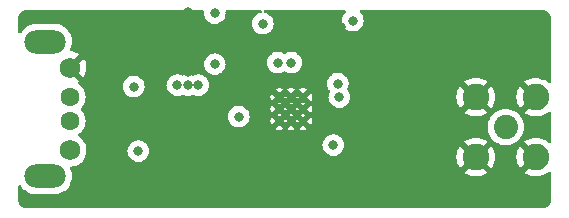
<source format=gbr>
G04 #@! TF.GenerationSoftware,KiCad,Pcbnew,6.0.4+dfsg-1+b1*
G04 #@! TF.CreationDate,2022-05-02T16:53:39-04:00*
G04 #@! TF.ProjectId,PortaNet,506f7274-614e-4657-942e-6b696361645f,4.0*
G04 #@! TF.SameCoordinates,Original*
G04 #@! TF.FileFunction,Copper,L2,Inr*
G04 #@! TF.FilePolarity,Positive*
%FSLAX46Y46*%
G04 Gerber Fmt 4.6, Leading zero omitted, Abs format (unit mm)*
G04 Created by KiCad (PCBNEW 6.0.4+dfsg-1+b1) date 2022-05-02 16:53:39*
%MOMM*%
%LPD*%
G01*
G04 APERTURE LIST*
G04 #@! TA.AperFunction,ComponentPad*
%ADD10C,2.050000*%
G04 #@! TD*
G04 #@! TA.AperFunction,ComponentPad*
%ADD11C,2.250000*%
G04 #@! TD*
G04 #@! TA.AperFunction,ComponentPad*
%ADD12C,1.750000*%
G04 #@! TD*
G04 #@! TA.AperFunction,ComponentPad*
%ADD13C,1.600000*%
G04 #@! TD*
G04 #@! TA.AperFunction,ComponentPad*
%ADD14O,3.500000X2.000000*%
G04 #@! TD*
G04 #@! TA.AperFunction,ComponentPad*
%ADD15C,0.500000*%
G04 #@! TD*
G04 #@! TA.AperFunction,ViaPad*
%ADD16C,0.800000*%
G04 #@! TD*
G04 APERTURE END LIST*
D10*
X180975000Y-72898000D03*
D11*
X183515000Y-75438000D03*
X178435000Y-70358000D03*
X178435000Y-75438000D03*
X183515000Y-70358000D03*
D12*
X144086000Y-74874000D03*
D13*
X144086000Y-72374000D03*
X144086000Y-70374000D03*
D12*
X144086000Y-67874000D03*
D14*
X141986000Y-77074000D03*
X141986000Y-65674000D03*
D15*
X162814000Y-70374000D03*
X163814000Y-72374000D03*
X161814000Y-71374000D03*
X161814000Y-70374000D03*
X162814000Y-71374000D03*
X163814000Y-70374000D03*
X163814000Y-71374000D03*
X161814000Y-72374000D03*
X162814000Y-72374000D03*
D16*
X154940000Y-69342000D03*
X153162000Y-69342000D03*
X149860000Y-74930000D03*
X149479000Y-69469000D03*
X175895000Y-75565000D03*
X171831000Y-71247000D03*
X154051000Y-68199000D03*
X158369000Y-72009000D03*
X156718000Y-72009000D03*
X154051000Y-69342000D03*
X151765000Y-69342000D03*
X148590000Y-68453000D03*
X147066000Y-64262000D03*
X154051000Y-63119000D03*
X149225000Y-64770000D03*
X156337000Y-63246000D03*
X156337000Y-67564000D03*
X157607000Y-66421000D03*
X160401000Y-64135000D03*
X168021000Y-63881000D03*
X167005000Y-64389000D03*
X171323000Y-67183000D03*
X178943000Y-63373000D03*
X176403000Y-63373000D03*
X184023000Y-64643000D03*
X184023000Y-68453000D03*
X184023000Y-77343000D03*
X181483000Y-63373000D03*
X181483000Y-79248000D03*
X178943000Y-79248000D03*
X176403000Y-79248000D03*
X169164000Y-73914000D03*
X161798000Y-76073000D03*
X173355000Y-79248000D03*
X171323000Y-77343000D03*
X171323000Y-74803000D03*
X173863000Y-63373000D03*
X168783000Y-70993000D03*
X168021000Y-72263000D03*
X166370000Y-74422000D03*
X162179000Y-75057000D03*
X160528000Y-76708000D03*
X159766000Y-77978000D03*
X167640000Y-73914000D03*
X168783000Y-74803000D03*
X170053000Y-76073000D03*
X170053000Y-77343000D03*
X164973000Y-79248000D03*
X162433000Y-79248000D03*
X159766000Y-79248000D03*
X163322000Y-76073000D03*
X166878000Y-70358000D03*
X166751000Y-69215000D03*
X162814000Y-67437000D03*
X161671000Y-67437000D03*
G04 #@! TA.AperFunction,Conductor*
G36*
X155378323Y-63012502D02*
G01*
X155424816Y-63066158D01*
X155435512Y-63131670D01*
X155425031Y-63231396D01*
X155423496Y-63246000D01*
X155424186Y-63252565D01*
X155438775Y-63391367D01*
X155443458Y-63435928D01*
X155502473Y-63617556D01*
X155505776Y-63623278D01*
X155505777Y-63623279D01*
X155509443Y-63629628D01*
X155597960Y-63782944D01*
X155725747Y-63924866D01*
X155880248Y-64037118D01*
X155886276Y-64039802D01*
X155886278Y-64039803D01*
X156048681Y-64112109D01*
X156054712Y-64114794D01*
X156118888Y-64128435D01*
X156235056Y-64153128D01*
X156235061Y-64153128D01*
X156241513Y-64154500D01*
X156432487Y-64154500D01*
X156438939Y-64153128D01*
X156438944Y-64153128D01*
X156555112Y-64128435D01*
X156619288Y-64114794D01*
X156625319Y-64112109D01*
X156787722Y-64039803D01*
X156787724Y-64039802D01*
X156793752Y-64037118D01*
X156948253Y-63924866D01*
X157076040Y-63782944D01*
X157164557Y-63629628D01*
X157168223Y-63623279D01*
X157168224Y-63623278D01*
X157171527Y-63617556D01*
X157230542Y-63435928D01*
X157235226Y-63391367D01*
X157249814Y-63252565D01*
X157250504Y-63246000D01*
X157248969Y-63231396D01*
X157238488Y-63131670D01*
X157251260Y-63061832D01*
X157299763Y-63009985D01*
X157363798Y-62992500D01*
X160207585Y-62992500D01*
X160275706Y-63012502D01*
X160322199Y-63066158D01*
X160332303Y-63136432D01*
X160302809Y-63201012D01*
X160243083Y-63239396D01*
X160233783Y-63241747D01*
X160118712Y-63266206D01*
X160112682Y-63268891D01*
X160112681Y-63268891D01*
X159950278Y-63341197D01*
X159950276Y-63341198D01*
X159944248Y-63343882D01*
X159789747Y-63456134D01*
X159785326Y-63461044D01*
X159785325Y-63461045D01*
X159741747Y-63509444D01*
X159661960Y-63598056D01*
X159566473Y-63763444D01*
X159507458Y-63945072D01*
X159506768Y-63951633D01*
X159506768Y-63951635D01*
X159488186Y-64128435D01*
X159487496Y-64135000D01*
X159488186Y-64141565D01*
X159489546Y-64154500D01*
X159507458Y-64324928D01*
X159566473Y-64506556D01*
X159661960Y-64671944D01*
X159666378Y-64676851D01*
X159666379Y-64676852D01*
X159729639Y-64747109D01*
X159789747Y-64813866D01*
X159944248Y-64926118D01*
X159950276Y-64928802D01*
X159950278Y-64928803D01*
X160112681Y-65001109D01*
X160118712Y-65003794D01*
X160195322Y-65020078D01*
X160299056Y-65042128D01*
X160299061Y-65042128D01*
X160305513Y-65043500D01*
X160496487Y-65043500D01*
X160502939Y-65042128D01*
X160502944Y-65042128D01*
X160606678Y-65020078D01*
X160683288Y-65003794D01*
X160689319Y-65001109D01*
X160851722Y-64928803D01*
X160851724Y-64928802D01*
X160857752Y-64926118D01*
X161012253Y-64813866D01*
X161072361Y-64747109D01*
X161135621Y-64676852D01*
X161135622Y-64676851D01*
X161140040Y-64671944D01*
X161235527Y-64506556D01*
X161294542Y-64324928D01*
X161312455Y-64154500D01*
X161313814Y-64141565D01*
X161314504Y-64135000D01*
X161313814Y-64128435D01*
X161295232Y-63951635D01*
X161295232Y-63951633D01*
X161294542Y-63945072D01*
X161235527Y-63763444D01*
X161140040Y-63598056D01*
X161060254Y-63509444D01*
X161016675Y-63461045D01*
X161016674Y-63461044D01*
X161012253Y-63456134D01*
X160857752Y-63343882D01*
X160851724Y-63341198D01*
X160851722Y-63341197D01*
X160689319Y-63268891D01*
X160689318Y-63268891D01*
X160683288Y-63266206D01*
X160568218Y-63241747D01*
X160505745Y-63208018D01*
X160471423Y-63145869D01*
X160476151Y-63075030D01*
X160518427Y-63017992D01*
X160584828Y-62992865D01*
X160594415Y-62992500D01*
X167315502Y-62992500D01*
X167383623Y-63012502D01*
X167430116Y-63066158D01*
X167440220Y-63136432D01*
X167409138Y-63202810D01*
X167352056Y-63266206D01*
X167281960Y-63344056D01*
X167278659Y-63349774D01*
X167191975Y-63499915D01*
X167186473Y-63509444D01*
X167127458Y-63691072D01*
X167107496Y-63881000D01*
X167108186Y-63887565D01*
X167124187Y-64039803D01*
X167127458Y-64070928D01*
X167186473Y-64252556D01*
X167281960Y-64417944D01*
X167286378Y-64422851D01*
X167286379Y-64422852D01*
X167397478Y-64546240D01*
X167409747Y-64559866D01*
X167564248Y-64672118D01*
X167570276Y-64674802D01*
X167570278Y-64674803D01*
X167676321Y-64722016D01*
X167738712Y-64749794D01*
X167832113Y-64769647D01*
X167919056Y-64788128D01*
X167919061Y-64788128D01*
X167925513Y-64789500D01*
X168116487Y-64789500D01*
X168122939Y-64788128D01*
X168122944Y-64788128D01*
X168209887Y-64769647D01*
X168303288Y-64749794D01*
X168365679Y-64722016D01*
X168471722Y-64674803D01*
X168471724Y-64674802D01*
X168477752Y-64672118D01*
X168632253Y-64559866D01*
X168644522Y-64546240D01*
X168755621Y-64422852D01*
X168755622Y-64422851D01*
X168760040Y-64417944D01*
X168855527Y-64252556D01*
X168914542Y-64070928D01*
X168917814Y-64039803D01*
X168933814Y-63887565D01*
X168934504Y-63881000D01*
X168914542Y-63691072D01*
X168855527Y-63509444D01*
X168850026Y-63499915D01*
X168763341Y-63349774D01*
X168760040Y-63344056D01*
X168689944Y-63266206D01*
X168632862Y-63202810D01*
X168602144Y-63138803D01*
X168610909Y-63068349D01*
X168656372Y-63013818D01*
X168726498Y-62992500D01*
X184100633Y-62992500D01*
X184120018Y-62994000D01*
X184134852Y-62996310D01*
X184134855Y-62996310D01*
X184143724Y-62997691D01*
X184152626Y-62996527D01*
X184152750Y-62996511D01*
X184183192Y-62996240D01*
X184277084Y-63006819D01*
X184304592Y-63013098D01*
X184411898Y-63050646D01*
X184437319Y-63062888D01*
X184533585Y-63123376D01*
X184555644Y-63140968D01*
X184636032Y-63221356D01*
X184653624Y-63243415D01*
X184714112Y-63339681D01*
X184726354Y-63365100D01*
X184759927Y-63461045D01*
X184763902Y-63472406D01*
X184770181Y-63499915D01*
X184780018Y-63587226D01*
X184779923Y-63602868D01*
X184780800Y-63602879D01*
X184780690Y-63611851D01*
X184779309Y-63620724D01*
X184780473Y-63629626D01*
X184780473Y-63629628D01*
X184783436Y-63652283D01*
X184784500Y-63668621D01*
X184784500Y-69021403D01*
X184764498Y-69089524D01*
X184710842Y-69136017D01*
X184640568Y-69146121D01*
X184576669Y-69117214D01*
X184481581Y-69036000D01*
X184473608Y-69030208D01*
X184262879Y-68901073D01*
X184254085Y-68896592D01*
X184025758Y-68802016D01*
X184016373Y-68798967D01*
X183776060Y-68741272D01*
X183766313Y-68739729D01*
X183519930Y-68720338D01*
X183510070Y-68720338D01*
X183263687Y-68739729D01*
X183253940Y-68741272D01*
X183013627Y-68798967D01*
X183004242Y-68802016D01*
X182775915Y-68896592D01*
X182767121Y-68901073D01*
X182561072Y-69027340D01*
X182555810Y-69035401D01*
X182561817Y-69045607D01*
X183785115Y-70268905D01*
X183819141Y-70331217D01*
X183814076Y-70402032D01*
X183785115Y-70447095D01*
X182563276Y-71668934D01*
X182555884Y-71682471D01*
X182559570Y-71687740D01*
X182767121Y-71814927D01*
X182775915Y-71819408D01*
X183004242Y-71913984D01*
X183013627Y-71917033D01*
X183253940Y-71974728D01*
X183263687Y-71976271D01*
X183510070Y-71995662D01*
X183519930Y-71995662D01*
X183766313Y-71976271D01*
X183776060Y-71974728D01*
X184016373Y-71917033D01*
X184025758Y-71913984D01*
X184254085Y-71819408D01*
X184262879Y-71814927D01*
X184473608Y-71685792D01*
X184481581Y-71680000D01*
X184576669Y-71598786D01*
X184641459Y-71569755D01*
X184711659Y-71580360D01*
X184764981Y-71627234D01*
X184784500Y-71694597D01*
X184784500Y-74101403D01*
X184764498Y-74169524D01*
X184710842Y-74216017D01*
X184640568Y-74226121D01*
X184576669Y-74197214D01*
X184481581Y-74116000D01*
X184473608Y-74110208D01*
X184262879Y-73981073D01*
X184254085Y-73976592D01*
X184025758Y-73882016D01*
X184016373Y-73878967D01*
X183776060Y-73821272D01*
X183766313Y-73819729D01*
X183519930Y-73800338D01*
X183510070Y-73800338D01*
X183263687Y-73819729D01*
X183253940Y-73821272D01*
X183013627Y-73878967D01*
X183004242Y-73882016D01*
X182775915Y-73976592D01*
X182767121Y-73981073D01*
X182561072Y-74107340D01*
X182555810Y-74115401D01*
X182561817Y-74125607D01*
X183785115Y-75348905D01*
X183819141Y-75411217D01*
X183814076Y-75482032D01*
X183785115Y-75527095D01*
X182563276Y-76748934D01*
X182555884Y-76762471D01*
X182559570Y-76767740D01*
X182767121Y-76894927D01*
X182775915Y-76899408D01*
X183004242Y-76993984D01*
X183013627Y-76997033D01*
X183253940Y-77054728D01*
X183263687Y-77056271D01*
X183510070Y-77075662D01*
X183519930Y-77075662D01*
X183766313Y-77056271D01*
X183776060Y-77054728D01*
X184016373Y-76997033D01*
X184025758Y-76993984D01*
X184254085Y-76899408D01*
X184262879Y-76894927D01*
X184473608Y-76765792D01*
X184481581Y-76760000D01*
X184576669Y-76678786D01*
X184641459Y-76649755D01*
X184711659Y-76660360D01*
X184764981Y-76707234D01*
X184784500Y-76774597D01*
X184784500Y-79071633D01*
X184783000Y-79091018D01*
X184779309Y-79114724D01*
X184780473Y-79123626D01*
X184780489Y-79123750D01*
X184780760Y-79154192D01*
X184770181Y-79248084D01*
X184763902Y-79275592D01*
X184726354Y-79382898D01*
X184714112Y-79408319D01*
X184653624Y-79504585D01*
X184636032Y-79526644D01*
X184555644Y-79607032D01*
X184533585Y-79624624D01*
X184437319Y-79685112D01*
X184411900Y-79697354D01*
X184304592Y-79734903D01*
X184277085Y-79741181D01*
X184189774Y-79751018D01*
X184174132Y-79750923D01*
X184174121Y-79751800D01*
X184165149Y-79751690D01*
X184156276Y-79750309D01*
X184147374Y-79751473D01*
X184147372Y-79751473D01*
X184136385Y-79752910D01*
X184124714Y-79754436D01*
X184108379Y-79755500D01*
X140384367Y-79755500D01*
X140364982Y-79754000D01*
X140350148Y-79751690D01*
X140350145Y-79751690D01*
X140341276Y-79750309D01*
X140332374Y-79751473D01*
X140332250Y-79751489D01*
X140301808Y-79751760D01*
X140207916Y-79741181D01*
X140180408Y-79734902D01*
X140073102Y-79697354D01*
X140047681Y-79685112D01*
X139951415Y-79624624D01*
X139929356Y-79607032D01*
X139848968Y-79526644D01*
X139831376Y-79504585D01*
X139770888Y-79408319D01*
X139758646Y-79382898D01*
X139721098Y-79275592D01*
X139714819Y-79248085D01*
X139705170Y-79162451D01*
X139704888Y-79137640D01*
X139705576Y-79133552D01*
X139705729Y-79121000D01*
X139701773Y-79093376D01*
X139700500Y-79075514D01*
X139700500Y-77907975D01*
X139720502Y-77839854D01*
X139774158Y-77793361D01*
X139844432Y-77783257D01*
X139909012Y-77812751D01*
X139930711Y-77837151D01*
X140056544Y-78022307D01*
X140223332Y-78198681D01*
X140227358Y-78201759D01*
X140227359Y-78201760D01*
X140412154Y-78343047D01*
X140412158Y-78343050D01*
X140416174Y-78346120D01*
X140630109Y-78460831D01*
X140859631Y-78539862D01*
X140958978Y-78557022D01*
X141094926Y-78580504D01*
X141094932Y-78580505D01*
X141098836Y-78581179D01*
X141102797Y-78581359D01*
X141102798Y-78581359D01*
X141126506Y-78582436D01*
X141126525Y-78582436D01*
X141127925Y-78582500D01*
X142797001Y-78582500D01*
X142799509Y-78582298D01*
X142799514Y-78582298D01*
X142972924Y-78568346D01*
X142972929Y-78568345D01*
X142977965Y-78567940D01*
X142982873Y-78566734D01*
X142982876Y-78566734D01*
X143208792Y-78511244D01*
X143213706Y-78510037D01*
X143218358Y-78508062D01*
X143218362Y-78508061D01*
X143432498Y-78417165D01*
X143437156Y-78415188D01*
X143543037Y-78348511D01*
X143638288Y-78288528D01*
X143638291Y-78288526D01*
X143642567Y-78285833D01*
X143741422Y-78198681D01*
X143820858Y-78128650D01*
X143820861Y-78128647D01*
X143824655Y-78125302D01*
X143978734Y-77937722D01*
X144051469Y-77812751D01*
X144098299Y-77732290D01*
X144098300Y-77732288D01*
X144100841Y-77727922D01*
X144187833Y-77501298D01*
X144237474Y-77263680D01*
X144248486Y-77021183D01*
X144233878Y-76894927D01*
X144221167Y-76785071D01*
X144221166Y-76785067D01*
X144220585Y-76780044D01*
X144217104Y-76767740D01*
X144215613Y-76762471D01*
X177475884Y-76762471D01*
X177479570Y-76767740D01*
X177687121Y-76894927D01*
X177695915Y-76899408D01*
X177924242Y-76993984D01*
X177933627Y-76997033D01*
X178173940Y-77054728D01*
X178183687Y-77056271D01*
X178430070Y-77075662D01*
X178439930Y-77075662D01*
X178686313Y-77056271D01*
X178696060Y-77054728D01*
X178936373Y-76997033D01*
X178945758Y-76993984D01*
X179174085Y-76899408D01*
X179182879Y-76894927D01*
X179388928Y-76768660D01*
X179394190Y-76760599D01*
X179388183Y-76750393D01*
X178447812Y-75810022D01*
X178433868Y-75802408D01*
X178432035Y-75802539D01*
X178425420Y-75806790D01*
X177483276Y-76748934D01*
X177475884Y-76762471D01*
X144215613Y-76762471D01*
X144155866Y-76551331D01*
X144154490Y-76546468D01*
X144152356Y-76541892D01*
X144152354Y-76541886D01*
X144101375Y-76432562D01*
X144090714Y-76362370D01*
X144119694Y-76297557D01*
X144179114Y-76258701D01*
X144199560Y-76254333D01*
X144369504Y-76232563D01*
X144369505Y-76232563D01*
X144374632Y-76231906D01*
X144432136Y-76214654D01*
X144587591Y-76168015D01*
X144587592Y-76168014D01*
X144592537Y-76166531D01*
X144796839Y-76066444D01*
X144801043Y-76063446D01*
X144801047Y-76063443D01*
X144977847Y-75937333D01*
X144977849Y-75937331D01*
X144982051Y-75934334D01*
X145143199Y-75773747D01*
X145183806Y-75717237D01*
X145272938Y-75593198D01*
X145272942Y-75593192D01*
X145275956Y-75588997D01*
X145356916Y-75425188D01*
X145374461Y-75389688D01*
X145374462Y-75389686D01*
X145376755Y-75385046D01*
X145437021Y-75186687D01*
X145441388Y-75172314D01*
X145441388Y-75172313D01*
X145442890Y-75167370D01*
X145443565Y-75162244D01*
X145472148Y-74945136D01*
X145472148Y-74945132D01*
X145472585Y-74941815D01*
X145472874Y-74930000D01*
X148946496Y-74930000D01*
X148947186Y-74936565D01*
X148964863Y-75104749D01*
X148966458Y-75119928D01*
X149025473Y-75301556D01*
X149120960Y-75466944D01*
X149125378Y-75471851D01*
X149125379Y-75471852D01*
X149230857Y-75588997D01*
X149248747Y-75608866D01*
X149403248Y-75721118D01*
X149409276Y-75723802D01*
X149409278Y-75723803D01*
X149571681Y-75796109D01*
X149577712Y-75798794D01*
X149671112Y-75818647D01*
X149758056Y-75837128D01*
X149758061Y-75837128D01*
X149764513Y-75838500D01*
X149955487Y-75838500D01*
X149961939Y-75837128D01*
X149961944Y-75837128D01*
X150048888Y-75818647D01*
X150142288Y-75798794D01*
X150148319Y-75796109D01*
X150310722Y-75723803D01*
X150310724Y-75723802D01*
X150316752Y-75721118D01*
X150471253Y-75608866D01*
X150489143Y-75588997D01*
X150594621Y-75471852D01*
X150594622Y-75471851D01*
X150599040Y-75466944D01*
X150612905Y-75442930D01*
X176797338Y-75442930D01*
X176816729Y-75689313D01*
X176818272Y-75699060D01*
X176875967Y-75939373D01*
X176879016Y-75948758D01*
X176973592Y-76177085D01*
X176978073Y-76185879D01*
X177104340Y-76391928D01*
X177112401Y-76397190D01*
X177122607Y-76391183D01*
X178062978Y-75450812D01*
X178069356Y-75439132D01*
X178799408Y-75439132D01*
X178799539Y-75440965D01*
X178803790Y-75447580D01*
X179745934Y-76389724D01*
X179759471Y-76397116D01*
X179764740Y-76393430D01*
X179891927Y-76185879D01*
X179896408Y-76177085D01*
X179990984Y-75948758D01*
X179994033Y-75939373D01*
X180051728Y-75699060D01*
X180053271Y-75689313D01*
X180072662Y-75442930D01*
X181877338Y-75442930D01*
X181896729Y-75689313D01*
X181898272Y-75699060D01*
X181955967Y-75939373D01*
X181959016Y-75948758D01*
X182053592Y-76177085D01*
X182058073Y-76185879D01*
X182184340Y-76391928D01*
X182192401Y-76397190D01*
X182202607Y-76391183D01*
X183142978Y-75450812D01*
X183150592Y-75436868D01*
X183150461Y-75435035D01*
X183146210Y-75428420D01*
X182204066Y-74486276D01*
X182190529Y-74478884D01*
X182185260Y-74482570D01*
X182058073Y-74690121D01*
X182053592Y-74698915D01*
X181959016Y-74927242D01*
X181955967Y-74936627D01*
X181898272Y-75176940D01*
X181896729Y-75186687D01*
X181877338Y-75433070D01*
X181877338Y-75442930D01*
X180072662Y-75442930D01*
X180072662Y-75433070D01*
X180053271Y-75186687D01*
X180051728Y-75176940D01*
X179994033Y-74936627D01*
X179990984Y-74927242D01*
X179896408Y-74698915D01*
X179891927Y-74690121D01*
X179765660Y-74484072D01*
X179757599Y-74478810D01*
X179747393Y-74484817D01*
X178807022Y-75425188D01*
X178799408Y-75439132D01*
X178069356Y-75439132D01*
X178070592Y-75436868D01*
X178070461Y-75435035D01*
X178066210Y-75428420D01*
X177124066Y-74486276D01*
X177110529Y-74478884D01*
X177105260Y-74482570D01*
X176978073Y-74690121D01*
X176973592Y-74698915D01*
X176879016Y-74927242D01*
X176875967Y-74936627D01*
X176818272Y-75176940D01*
X176816729Y-75186687D01*
X176797338Y-75433070D01*
X176797338Y-75442930D01*
X150612905Y-75442930D01*
X150694527Y-75301556D01*
X150753542Y-75119928D01*
X150755138Y-75104749D01*
X150772814Y-74936565D01*
X150773504Y-74930000D01*
X150753542Y-74740072D01*
X150694527Y-74558444D01*
X150615751Y-74422000D01*
X165456496Y-74422000D01*
X165457186Y-74428565D01*
X165473333Y-74582191D01*
X165476458Y-74611928D01*
X165535473Y-74793556D01*
X165630960Y-74958944D01*
X165758747Y-75100866D01*
X165913248Y-75213118D01*
X165919276Y-75215802D01*
X165919278Y-75215803D01*
X166072663Y-75284094D01*
X166087712Y-75290794D01*
X166181112Y-75310647D01*
X166268056Y-75329128D01*
X166268061Y-75329128D01*
X166274513Y-75330500D01*
X166465487Y-75330500D01*
X166471939Y-75329128D01*
X166471944Y-75329128D01*
X166558888Y-75310647D01*
X166652288Y-75290794D01*
X166667337Y-75284094D01*
X166820722Y-75215803D01*
X166820724Y-75215802D01*
X166826752Y-75213118D01*
X166981253Y-75100866D01*
X167109040Y-74958944D01*
X167204527Y-74793556D01*
X167263542Y-74611928D01*
X167266668Y-74582191D01*
X167282814Y-74428565D01*
X167283504Y-74422000D01*
X167266062Y-74256045D01*
X167264232Y-74238635D01*
X167264232Y-74238633D01*
X167263542Y-74232072D01*
X167225633Y-74115401D01*
X177475810Y-74115401D01*
X177481817Y-74125607D01*
X178422188Y-75065978D01*
X178436132Y-75073592D01*
X178437965Y-75073461D01*
X178444580Y-75069210D01*
X179386724Y-74127066D01*
X179394116Y-74113529D01*
X179390430Y-74108260D01*
X179182879Y-73981073D01*
X179174085Y-73976592D01*
X178945758Y-73882016D01*
X178936373Y-73878967D01*
X178696060Y-73821272D01*
X178686313Y-73819729D01*
X178439930Y-73800338D01*
X178430070Y-73800338D01*
X178183687Y-73819729D01*
X178173940Y-73821272D01*
X177933627Y-73878967D01*
X177924242Y-73882016D01*
X177695915Y-73976592D01*
X177687121Y-73981073D01*
X177481072Y-74107340D01*
X177475810Y-74115401D01*
X167225633Y-74115401D01*
X167204527Y-74050444D01*
X167109040Y-73885056D01*
X167103558Y-73878967D01*
X166985675Y-73748045D01*
X166985674Y-73748044D01*
X166981253Y-73743134D01*
X166873391Y-73664767D01*
X166832094Y-73634763D01*
X166832093Y-73634762D01*
X166826752Y-73630882D01*
X166820724Y-73628198D01*
X166820722Y-73628197D01*
X166658319Y-73555891D01*
X166658318Y-73555891D01*
X166652288Y-73553206D01*
X166558887Y-73533353D01*
X166471944Y-73514872D01*
X166471939Y-73514872D01*
X166465487Y-73513500D01*
X166274513Y-73513500D01*
X166268061Y-73514872D01*
X166268056Y-73514872D01*
X166181113Y-73533353D01*
X166087712Y-73553206D01*
X166081682Y-73555891D01*
X166081681Y-73555891D01*
X165919278Y-73628197D01*
X165919276Y-73628198D01*
X165913248Y-73630882D01*
X165907907Y-73634762D01*
X165907906Y-73634763D01*
X165866609Y-73664767D01*
X165758747Y-73743134D01*
X165754326Y-73748044D01*
X165754325Y-73748045D01*
X165636443Y-73878967D01*
X165630960Y-73885056D01*
X165535473Y-74050444D01*
X165476458Y-74232072D01*
X165475768Y-74238633D01*
X165475768Y-74238635D01*
X165473938Y-74256045D01*
X165456496Y-74422000D01*
X150615751Y-74422000D01*
X150599040Y-74393056D01*
X150576499Y-74368021D01*
X150475675Y-74256045D01*
X150475674Y-74256044D01*
X150471253Y-74251134D01*
X150316752Y-74138882D01*
X150310724Y-74136198D01*
X150310722Y-74136197D01*
X150148319Y-74063891D01*
X150148318Y-74063891D01*
X150142288Y-74061206D01*
X150048887Y-74041353D01*
X149961944Y-74022872D01*
X149961939Y-74022872D01*
X149955487Y-74021500D01*
X149764513Y-74021500D01*
X149758061Y-74022872D01*
X149758056Y-74022872D01*
X149671113Y-74041353D01*
X149577712Y-74061206D01*
X149571682Y-74063891D01*
X149571681Y-74063891D01*
X149409278Y-74136197D01*
X149409276Y-74136198D01*
X149403248Y-74138882D01*
X149248747Y-74251134D01*
X149244326Y-74256044D01*
X149244325Y-74256045D01*
X149143502Y-74368021D01*
X149120960Y-74393056D01*
X149025473Y-74558444D01*
X148966458Y-74740072D01*
X148946496Y-74930000D01*
X145472874Y-74930000D01*
X145474242Y-74874000D01*
X145455601Y-74647264D01*
X145400178Y-74426617D01*
X145313000Y-74226121D01*
X145311522Y-74222722D01*
X145311520Y-74222719D01*
X145309462Y-74217985D01*
X145205141Y-74056729D01*
X145188698Y-74031311D01*
X145188696Y-74031308D01*
X145185890Y-74026971D01*
X145032779Y-73858704D01*
X144854241Y-73717704D01*
X144849717Y-73715206D01*
X144849713Y-73715204D01*
X144804122Y-73690036D01*
X144754151Y-73639603D01*
X144739380Y-73570160D01*
X144764497Y-73503755D01*
X144792745Y-73476515D01*
X144794438Y-73475330D01*
X144888708Y-73409321D01*
X144925789Y-73383357D01*
X144925792Y-73383355D01*
X144930300Y-73380198D01*
X145092198Y-73218300D01*
X145203788Y-73058934D01*
X161488239Y-73058934D01*
X161491022Y-73062652D01*
X161622857Y-73111681D01*
X161636448Y-73115070D01*
X161791044Y-73135697D01*
X161805040Y-73135991D01*
X161960360Y-73121855D01*
X161974085Y-73119038D01*
X162122415Y-73070843D01*
X162131055Y-73066924D01*
X162138463Y-73058934D01*
X162488239Y-73058934D01*
X162491022Y-73062652D01*
X162622857Y-73111681D01*
X162636448Y-73115070D01*
X162791044Y-73135697D01*
X162805040Y-73135991D01*
X162960360Y-73121855D01*
X162974085Y-73119038D01*
X163122415Y-73070843D01*
X163131055Y-73066924D01*
X163138463Y-73058934D01*
X163488239Y-73058934D01*
X163491022Y-73062652D01*
X163622857Y-73111681D01*
X163636448Y-73115070D01*
X163791044Y-73135697D01*
X163805040Y-73135991D01*
X163960360Y-73121855D01*
X163974085Y-73119038D01*
X164122415Y-73070843D01*
X164131055Y-73066924D01*
X164139430Y-73057891D01*
X164135925Y-73049478D01*
X163984447Y-72898000D01*
X179436758Y-72898000D01*
X179455696Y-73138634D01*
X179456850Y-73143441D01*
X179456851Y-73143447D01*
X179459785Y-73155667D01*
X179512045Y-73373343D01*
X179513938Y-73377914D01*
X179513939Y-73377916D01*
X179595315Y-73574374D01*
X179604416Y-73596347D01*
X179730536Y-73802156D01*
X179887299Y-73985701D01*
X180070844Y-74142464D01*
X180276653Y-74268584D01*
X180281223Y-74270477D01*
X180281227Y-74270479D01*
X180495084Y-74359061D01*
X180499657Y-74360955D01*
X180582039Y-74380733D01*
X180729553Y-74416149D01*
X180729559Y-74416150D01*
X180734366Y-74417304D01*
X180975000Y-74436242D01*
X181215634Y-74417304D01*
X181220441Y-74416150D01*
X181220447Y-74416149D01*
X181367961Y-74380733D01*
X181450343Y-74360955D01*
X181454916Y-74359061D01*
X181668773Y-74270479D01*
X181668777Y-74270477D01*
X181673347Y-74268584D01*
X181879156Y-74142464D01*
X182062701Y-73985701D01*
X182219464Y-73802156D01*
X182345584Y-73596347D01*
X182354686Y-73574374D01*
X182436061Y-73377916D01*
X182436062Y-73377914D01*
X182437955Y-73373343D01*
X182490215Y-73155667D01*
X182493149Y-73143447D01*
X182493150Y-73143441D01*
X182494304Y-73138634D01*
X182513242Y-72898000D01*
X182494304Y-72657366D01*
X182493150Y-72652559D01*
X182493149Y-72652553D01*
X182454311Y-72490785D01*
X182437955Y-72422657D01*
X182428248Y-72399221D01*
X182347479Y-72204227D01*
X182347477Y-72204223D01*
X182345584Y-72199653D01*
X182219464Y-71993844D01*
X182062701Y-71810299D01*
X181879156Y-71653536D01*
X181673347Y-71527416D01*
X181668777Y-71525523D01*
X181668773Y-71525521D01*
X181454916Y-71436939D01*
X181454914Y-71436938D01*
X181450343Y-71435045D01*
X181367961Y-71415267D01*
X181220447Y-71379851D01*
X181220441Y-71379850D01*
X181215634Y-71378696D01*
X180975000Y-71359758D01*
X180734366Y-71378696D01*
X180729559Y-71379850D01*
X180729553Y-71379851D01*
X180582039Y-71415267D01*
X180499657Y-71435045D01*
X180495086Y-71436938D01*
X180495084Y-71436939D01*
X180281227Y-71525521D01*
X180281223Y-71525523D01*
X180276653Y-71527416D01*
X180070844Y-71653536D01*
X179887299Y-71810299D01*
X179730536Y-71993844D01*
X179604416Y-72199653D01*
X179602523Y-72204223D01*
X179602521Y-72204227D01*
X179521752Y-72399221D01*
X179512045Y-72422657D01*
X179495689Y-72490785D01*
X179456851Y-72652553D01*
X179456850Y-72652559D01*
X179455696Y-72657366D01*
X179436758Y-72898000D01*
X163984447Y-72898000D01*
X163826812Y-72740365D01*
X163812868Y-72732751D01*
X163811035Y-72732882D01*
X163804420Y-72737133D01*
X163494999Y-73046554D01*
X163488239Y-73058934D01*
X163138463Y-73058934D01*
X163139430Y-73057891D01*
X163135925Y-73049478D01*
X162826812Y-72740365D01*
X162812868Y-72732751D01*
X162811035Y-72732882D01*
X162804420Y-72737133D01*
X162494999Y-73046554D01*
X162488239Y-73058934D01*
X162138463Y-73058934D01*
X162139430Y-73057891D01*
X162135925Y-73049478D01*
X161826812Y-72740365D01*
X161812868Y-72732751D01*
X161811035Y-72732882D01*
X161804420Y-72737133D01*
X161494999Y-73046554D01*
X161488239Y-73058934D01*
X145203788Y-73058934D01*
X145223523Y-73030749D01*
X145225846Y-73025767D01*
X145225849Y-73025762D01*
X145317961Y-72828225D01*
X145317961Y-72828224D01*
X145320284Y-72823243D01*
X145326481Y-72800118D01*
X145378119Y-72607402D01*
X145378119Y-72607400D01*
X145379543Y-72602087D01*
X145399498Y-72374000D01*
X145379543Y-72145913D01*
X145378119Y-72140598D01*
X145342857Y-72009000D01*
X157455496Y-72009000D01*
X157475458Y-72198928D01*
X157534473Y-72380556D01*
X157629960Y-72545944D01*
X157634378Y-72550851D01*
X157634379Y-72550852D01*
X157725951Y-72652553D01*
X157757747Y-72687866D01*
X157912248Y-72800118D01*
X157918276Y-72802802D01*
X157918278Y-72802803D01*
X158080681Y-72875109D01*
X158086712Y-72877794D01*
X158158580Y-72893070D01*
X158267056Y-72916128D01*
X158267061Y-72916128D01*
X158273513Y-72917500D01*
X158464487Y-72917500D01*
X158470939Y-72916128D01*
X158470944Y-72916128D01*
X158579420Y-72893070D01*
X158651288Y-72877794D01*
X158657319Y-72875109D01*
X158819722Y-72802803D01*
X158819724Y-72802802D01*
X158825752Y-72800118D01*
X158980253Y-72687866D01*
X159012049Y-72652553D01*
X159103621Y-72550852D01*
X159103622Y-72550851D01*
X159108040Y-72545944D01*
X159203527Y-72380556D01*
X159206839Y-72370362D01*
X161051966Y-72370362D01*
X161067186Y-72525585D01*
X161070097Y-72539280D01*
X161119327Y-72687270D01*
X161121729Y-72692468D01*
X161129717Y-72699772D01*
X161138338Y-72696109D01*
X161447635Y-72386812D01*
X161454013Y-72375132D01*
X162172751Y-72375132D01*
X162172882Y-72376965D01*
X162177133Y-72383580D01*
X162301188Y-72507635D01*
X162315132Y-72515249D01*
X162316965Y-72515118D01*
X162323580Y-72510867D01*
X162447635Y-72386812D01*
X162454013Y-72375132D01*
X163172751Y-72375132D01*
X163172882Y-72376965D01*
X163177133Y-72383580D01*
X163301188Y-72507635D01*
X163315132Y-72515249D01*
X163316965Y-72515118D01*
X163323580Y-72510867D01*
X163447635Y-72386812D01*
X163454013Y-72375132D01*
X164172751Y-72375132D01*
X164172882Y-72376965D01*
X164177133Y-72383580D01*
X164486178Y-72692625D01*
X164498558Y-72699385D01*
X164502374Y-72696528D01*
X164550331Y-72570283D01*
X164553811Y-72556727D01*
X164575948Y-72399221D01*
X164576554Y-72391338D01*
X164576741Y-72377962D01*
X164576354Y-72370062D01*
X164558625Y-72212003D01*
X164555523Y-72198350D01*
X164504700Y-72052407D01*
X164499141Y-72047467D01*
X164490088Y-72051465D01*
X164180365Y-72361188D01*
X164172751Y-72375132D01*
X163454013Y-72375132D01*
X163455249Y-72372868D01*
X163455118Y-72371035D01*
X163450867Y-72364420D01*
X163326812Y-72240365D01*
X163312868Y-72232751D01*
X163311035Y-72232882D01*
X163304420Y-72237133D01*
X163180365Y-72361188D01*
X163172751Y-72375132D01*
X162454013Y-72375132D01*
X162455249Y-72372868D01*
X162455118Y-72371035D01*
X162450867Y-72364420D01*
X162326812Y-72240365D01*
X162312868Y-72232751D01*
X162311035Y-72232882D01*
X162304420Y-72237133D01*
X162180365Y-72361188D01*
X162172751Y-72375132D01*
X161454013Y-72375132D01*
X161455249Y-72372868D01*
X161455118Y-72371035D01*
X161450867Y-72364420D01*
X161141039Y-72054592D01*
X161128659Y-72047832D01*
X161125037Y-72050543D01*
X161075001Y-72188016D01*
X161071709Y-72201625D01*
X161052162Y-72356356D01*
X161051966Y-72370362D01*
X159206839Y-72370362D01*
X159262542Y-72198928D01*
X159282504Y-72009000D01*
X159268434Y-71875132D01*
X161672751Y-71875132D01*
X161672882Y-71876965D01*
X161677133Y-71883580D01*
X161801188Y-72007635D01*
X161815132Y-72015249D01*
X161816965Y-72015118D01*
X161823580Y-72010867D01*
X161947635Y-71886812D01*
X161954013Y-71875132D01*
X162672751Y-71875132D01*
X162672882Y-71876965D01*
X162677133Y-71883580D01*
X162801188Y-72007635D01*
X162815132Y-72015249D01*
X162816965Y-72015118D01*
X162823580Y-72010867D01*
X162947635Y-71886812D01*
X162954013Y-71875132D01*
X163672751Y-71875132D01*
X163672882Y-71876965D01*
X163677133Y-71883580D01*
X163801188Y-72007635D01*
X163815132Y-72015249D01*
X163816965Y-72015118D01*
X163823580Y-72010867D01*
X163947635Y-71886812D01*
X163955249Y-71872868D01*
X163955118Y-71871035D01*
X163950867Y-71864420D01*
X163826812Y-71740365D01*
X163812868Y-71732751D01*
X163811035Y-71732882D01*
X163804420Y-71737133D01*
X163680365Y-71861188D01*
X163672751Y-71875132D01*
X162954013Y-71875132D01*
X162955249Y-71872868D01*
X162955118Y-71871035D01*
X162950867Y-71864420D01*
X162826812Y-71740365D01*
X162812868Y-71732751D01*
X162811035Y-71732882D01*
X162804420Y-71737133D01*
X162680365Y-71861188D01*
X162672751Y-71875132D01*
X161954013Y-71875132D01*
X161955249Y-71872868D01*
X161955118Y-71871035D01*
X161950867Y-71864420D01*
X161826812Y-71740365D01*
X161812868Y-71732751D01*
X161811035Y-71732882D01*
X161804420Y-71737133D01*
X161680365Y-71861188D01*
X161672751Y-71875132D01*
X159268434Y-71875132D01*
X159268196Y-71872868D01*
X159263232Y-71825635D01*
X159263232Y-71825633D01*
X159262542Y-71819072D01*
X159203527Y-71637444D01*
X159108040Y-71472056D01*
X159099972Y-71463095D01*
X159016475Y-71370362D01*
X161051966Y-71370362D01*
X161067186Y-71525585D01*
X161070097Y-71539280D01*
X161119327Y-71687270D01*
X161121729Y-71692468D01*
X161129717Y-71699772D01*
X161138338Y-71696109D01*
X161447635Y-71386812D01*
X161454013Y-71375132D01*
X162172751Y-71375132D01*
X162172882Y-71376965D01*
X162177133Y-71383580D01*
X162301188Y-71507635D01*
X162315132Y-71515249D01*
X162316965Y-71515118D01*
X162323580Y-71510867D01*
X162447635Y-71386812D01*
X162454013Y-71375132D01*
X163172751Y-71375132D01*
X163172882Y-71376965D01*
X163177133Y-71383580D01*
X163301188Y-71507635D01*
X163315132Y-71515249D01*
X163316965Y-71515118D01*
X163323580Y-71510867D01*
X163447635Y-71386812D01*
X163454013Y-71375132D01*
X164172751Y-71375132D01*
X164172882Y-71376965D01*
X164177133Y-71383580D01*
X164486178Y-71692625D01*
X164498558Y-71699385D01*
X164502374Y-71696528D01*
X164507714Y-71682471D01*
X177475884Y-71682471D01*
X177479570Y-71687740D01*
X177687121Y-71814927D01*
X177695915Y-71819408D01*
X177924242Y-71913984D01*
X177933627Y-71917033D01*
X178173940Y-71974728D01*
X178183687Y-71976271D01*
X178430070Y-71995662D01*
X178439930Y-71995662D01*
X178686313Y-71976271D01*
X178696060Y-71974728D01*
X178936373Y-71917033D01*
X178945758Y-71913984D01*
X179174085Y-71819408D01*
X179182879Y-71814927D01*
X179388928Y-71688660D01*
X179394190Y-71680599D01*
X179388183Y-71670393D01*
X178447812Y-70730022D01*
X178433868Y-70722408D01*
X178432035Y-70722539D01*
X178425420Y-70726790D01*
X177483276Y-71668934D01*
X177475884Y-71682471D01*
X164507714Y-71682471D01*
X164550331Y-71570283D01*
X164553811Y-71556727D01*
X164575948Y-71399221D01*
X164576554Y-71391338D01*
X164576741Y-71377962D01*
X164576354Y-71370062D01*
X164558625Y-71212003D01*
X164555523Y-71198350D01*
X164504700Y-71052407D01*
X164499141Y-71047467D01*
X164490088Y-71051465D01*
X164180365Y-71361188D01*
X164172751Y-71375132D01*
X163454013Y-71375132D01*
X163455249Y-71372868D01*
X163455118Y-71371035D01*
X163450867Y-71364420D01*
X163326812Y-71240365D01*
X163312868Y-71232751D01*
X163311035Y-71232882D01*
X163304420Y-71237133D01*
X163180365Y-71361188D01*
X163172751Y-71375132D01*
X162454013Y-71375132D01*
X162455249Y-71372868D01*
X162455118Y-71371035D01*
X162450867Y-71364420D01*
X162326812Y-71240365D01*
X162312868Y-71232751D01*
X162311035Y-71232882D01*
X162304420Y-71237133D01*
X162180365Y-71361188D01*
X162172751Y-71375132D01*
X161454013Y-71375132D01*
X161455249Y-71372868D01*
X161455118Y-71371035D01*
X161450867Y-71364420D01*
X161141039Y-71054592D01*
X161128659Y-71047832D01*
X161125037Y-71050543D01*
X161075001Y-71188016D01*
X161071709Y-71201625D01*
X161052162Y-71356356D01*
X161051966Y-71370362D01*
X159016475Y-71370362D01*
X158984675Y-71335045D01*
X158984674Y-71335044D01*
X158980253Y-71330134D01*
X158846398Y-71232882D01*
X158831094Y-71221763D01*
X158831093Y-71221762D01*
X158825752Y-71217882D01*
X158819724Y-71215198D01*
X158819722Y-71215197D01*
X158657319Y-71142891D01*
X158657318Y-71142891D01*
X158651288Y-71140206D01*
X158557887Y-71120353D01*
X158470944Y-71101872D01*
X158470939Y-71101872D01*
X158464487Y-71100500D01*
X158273513Y-71100500D01*
X158267061Y-71101872D01*
X158267056Y-71101872D01*
X158180113Y-71120353D01*
X158086712Y-71140206D01*
X158080682Y-71142891D01*
X158080681Y-71142891D01*
X157918278Y-71215197D01*
X157918276Y-71215198D01*
X157912248Y-71217882D01*
X157906907Y-71221762D01*
X157906906Y-71221763D01*
X157891602Y-71232882D01*
X157757747Y-71330134D01*
X157753326Y-71335044D01*
X157753325Y-71335045D01*
X157638029Y-71463095D01*
X157629960Y-71472056D01*
X157534473Y-71637444D01*
X157475458Y-71819072D01*
X157474768Y-71825633D01*
X157474768Y-71825635D01*
X157469804Y-71872868D01*
X157455496Y-72009000D01*
X145342857Y-72009000D01*
X145321707Y-71930067D01*
X145321706Y-71930065D01*
X145320284Y-71924757D01*
X145301083Y-71883580D01*
X145225849Y-71722238D01*
X145225846Y-71722233D01*
X145223523Y-71717251D01*
X145092198Y-71529700D01*
X145025593Y-71463095D01*
X144991567Y-71400783D01*
X144996632Y-71329968D01*
X145025593Y-71284905D01*
X145092198Y-71218300D01*
X145096608Y-71212003D01*
X145206828Y-71054592D01*
X145223523Y-71030749D01*
X145225846Y-71025767D01*
X145225849Y-71025762D01*
X145296088Y-70875132D01*
X161672751Y-70875132D01*
X161672882Y-70876965D01*
X161677133Y-70883580D01*
X161801188Y-71007635D01*
X161815132Y-71015249D01*
X161816965Y-71015118D01*
X161823580Y-71010867D01*
X161947635Y-70886812D01*
X161954013Y-70875132D01*
X162672751Y-70875132D01*
X162672882Y-70876965D01*
X162677133Y-70883580D01*
X162801188Y-71007635D01*
X162815132Y-71015249D01*
X162816965Y-71015118D01*
X162823580Y-71010867D01*
X162947635Y-70886812D01*
X162954013Y-70875132D01*
X163672751Y-70875132D01*
X163672882Y-70876965D01*
X163677133Y-70883580D01*
X163801188Y-71007635D01*
X163815132Y-71015249D01*
X163816965Y-71015118D01*
X163823580Y-71010867D01*
X163947635Y-70886812D01*
X163955249Y-70872868D01*
X163955118Y-70871035D01*
X163950867Y-70864420D01*
X163826812Y-70740365D01*
X163812868Y-70732751D01*
X163811035Y-70732882D01*
X163804420Y-70737133D01*
X163680365Y-70861188D01*
X163672751Y-70875132D01*
X162954013Y-70875132D01*
X162955249Y-70872868D01*
X162955118Y-70871035D01*
X162950867Y-70864420D01*
X162826812Y-70740365D01*
X162812868Y-70732751D01*
X162811035Y-70732882D01*
X162804420Y-70737133D01*
X162680365Y-70861188D01*
X162672751Y-70875132D01*
X161954013Y-70875132D01*
X161955249Y-70872868D01*
X161955118Y-70871035D01*
X161950867Y-70864420D01*
X161826812Y-70740365D01*
X161812868Y-70732751D01*
X161811035Y-70732882D01*
X161804420Y-70737133D01*
X161680365Y-70861188D01*
X161672751Y-70875132D01*
X145296088Y-70875132D01*
X145317961Y-70828225D01*
X145317961Y-70828224D01*
X145320284Y-70823243D01*
X145344497Y-70732882D01*
X145378119Y-70607402D01*
X145378119Y-70607400D01*
X145379543Y-70602087D01*
X145399498Y-70374000D01*
X145379543Y-70145913D01*
X145378119Y-70140598D01*
X145321707Y-69930067D01*
X145321706Y-69930065D01*
X145320284Y-69924757D01*
X145293828Y-69868021D01*
X145225849Y-69722238D01*
X145225846Y-69722233D01*
X145223523Y-69717251D01*
X145140023Y-69598001D01*
X145095357Y-69534211D01*
X145095355Y-69534208D01*
X145092198Y-69529700D01*
X145031498Y-69469000D01*
X148565496Y-69469000D01*
X148566186Y-69475565D01*
X148582809Y-69633720D01*
X148585458Y-69658928D01*
X148644473Y-69840556D01*
X148647776Y-69846278D01*
X148647777Y-69846279D01*
X148660330Y-69868021D01*
X148739960Y-70005944D01*
X148744378Y-70010851D01*
X148744379Y-70010852D01*
X148860617Y-70139947D01*
X148867747Y-70147866D01*
X148923009Y-70188016D01*
X149007122Y-70249128D01*
X149022248Y-70260118D01*
X149028276Y-70262802D01*
X149028278Y-70262803D01*
X149190681Y-70335109D01*
X149196712Y-70337794D01*
X149260888Y-70351435D01*
X149377056Y-70376128D01*
X149377061Y-70376128D01*
X149383513Y-70377500D01*
X149574487Y-70377500D01*
X149580939Y-70376128D01*
X149580944Y-70376128D01*
X149608070Y-70370362D01*
X161051966Y-70370362D01*
X161067186Y-70525585D01*
X161070097Y-70539280D01*
X161119327Y-70687270D01*
X161121729Y-70692468D01*
X161129717Y-70699772D01*
X161138338Y-70696109D01*
X161447635Y-70386812D01*
X161454013Y-70375132D01*
X162172751Y-70375132D01*
X162172882Y-70376965D01*
X162177133Y-70383580D01*
X162301188Y-70507635D01*
X162315132Y-70515249D01*
X162316965Y-70515118D01*
X162323580Y-70510867D01*
X162447635Y-70386812D01*
X162454013Y-70375132D01*
X163172751Y-70375132D01*
X163172882Y-70376965D01*
X163177133Y-70383580D01*
X163301188Y-70507635D01*
X163315132Y-70515249D01*
X163316965Y-70515118D01*
X163323580Y-70510867D01*
X163447635Y-70386812D01*
X163454013Y-70375132D01*
X164172751Y-70375132D01*
X164172882Y-70376965D01*
X164177133Y-70383580D01*
X164486178Y-70692625D01*
X164498558Y-70699385D01*
X164502374Y-70696528D01*
X164550331Y-70570283D01*
X164553811Y-70556727D01*
X164575948Y-70399221D01*
X164576554Y-70391338D01*
X164576741Y-70377962D01*
X164576354Y-70370062D01*
X164558625Y-70212003D01*
X164555523Y-70198350D01*
X164504700Y-70052407D01*
X164499141Y-70047467D01*
X164490088Y-70051465D01*
X164180365Y-70361188D01*
X164172751Y-70375132D01*
X163454013Y-70375132D01*
X163455249Y-70372868D01*
X163455118Y-70371035D01*
X163450867Y-70364420D01*
X163326812Y-70240365D01*
X163312868Y-70232751D01*
X163311035Y-70232882D01*
X163304420Y-70237133D01*
X163180365Y-70361188D01*
X163172751Y-70375132D01*
X162454013Y-70375132D01*
X162455249Y-70372868D01*
X162455118Y-70371035D01*
X162450867Y-70364420D01*
X162326812Y-70240365D01*
X162312868Y-70232751D01*
X162311035Y-70232882D01*
X162304420Y-70237133D01*
X162180365Y-70361188D01*
X162172751Y-70375132D01*
X161454013Y-70375132D01*
X161455249Y-70372868D01*
X161455118Y-70371035D01*
X161450867Y-70364420D01*
X161141039Y-70054592D01*
X161128659Y-70047832D01*
X161125037Y-70050543D01*
X161075001Y-70188016D01*
X161071709Y-70201625D01*
X161052162Y-70356356D01*
X161051966Y-70370362D01*
X149608070Y-70370362D01*
X149697112Y-70351435D01*
X149761288Y-70337794D01*
X149767319Y-70335109D01*
X149929722Y-70262803D01*
X149929724Y-70262802D01*
X149935752Y-70260118D01*
X149950879Y-70249128D01*
X150034991Y-70188016D01*
X150090253Y-70147866D01*
X150097383Y-70139947D01*
X150213621Y-70010852D01*
X150213622Y-70010851D01*
X150218040Y-70005944D01*
X150297670Y-69868021D01*
X150310223Y-69846279D01*
X150310224Y-69846278D01*
X150313527Y-69840556D01*
X150372542Y-69658928D01*
X150375192Y-69633720D01*
X150391814Y-69475565D01*
X150392504Y-69469000D01*
X150379156Y-69342000D01*
X152248496Y-69342000D01*
X152268458Y-69531928D01*
X152327473Y-69713556D01*
X152330776Y-69719278D01*
X152330777Y-69719279D01*
X152346335Y-69746226D01*
X152422960Y-69878944D01*
X152550747Y-70020866D01*
X152705248Y-70133118D01*
X152711276Y-70135802D01*
X152711278Y-70135803D01*
X152873681Y-70208109D01*
X152879712Y-70210794D01*
X152973113Y-70230647D01*
X153060056Y-70249128D01*
X153060061Y-70249128D01*
X153066513Y-70250500D01*
X153257487Y-70250500D01*
X153263939Y-70249128D01*
X153263944Y-70249128D01*
X153350887Y-70230647D01*
X153444288Y-70210794D01*
X153461325Y-70203209D01*
X153480724Y-70194572D01*
X153555252Y-70161390D01*
X153625618Y-70151956D01*
X153657746Y-70161389D01*
X153732276Y-70194572D01*
X153751676Y-70203209D01*
X153768712Y-70210794D01*
X153862113Y-70230647D01*
X153949056Y-70249128D01*
X153949061Y-70249128D01*
X153955513Y-70250500D01*
X154146487Y-70250500D01*
X154152939Y-70249128D01*
X154152944Y-70249128D01*
X154239887Y-70230647D01*
X154333288Y-70210794D01*
X154350325Y-70203209D01*
X154369724Y-70194572D01*
X154444252Y-70161390D01*
X154514618Y-70151956D01*
X154546746Y-70161389D01*
X154621276Y-70194572D01*
X154640676Y-70203209D01*
X154657712Y-70210794D01*
X154751113Y-70230647D01*
X154838056Y-70249128D01*
X154838061Y-70249128D01*
X154844513Y-70250500D01*
X155035487Y-70250500D01*
X155041939Y-70249128D01*
X155041944Y-70249128D01*
X155128887Y-70230647D01*
X155222288Y-70210794D01*
X155228319Y-70208109D01*
X155390722Y-70135803D01*
X155390724Y-70135802D01*
X155396752Y-70133118D01*
X155551253Y-70020866D01*
X155679040Y-69878944D01*
X155755665Y-69746226D01*
X155771223Y-69719279D01*
X155771224Y-69719278D01*
X155774527Y-69713556D01*
X155782408Y-69689302D01*
X161487860Y-69689302D01*
X161491684Y-69698131D01*
X161801188Y-70007635D01*
X161815132Y-70015249D01*
X161816965Y-70015118D01*
X161823580Y-70010867D01*
X162133847Y-69700600D01*
X162140016Y-69689302D01*
X162487860Y-69689302D01*
X162491684Y-69698131D01*
X162801188Y-70007635D01*
X162815132Y-70015249D01*
X162816965Y-70015118D01*
X162823580Y-70010867D01*
X163133847Y-69700600D01*
X163140016Y-69689302D01*
X163487860Y-69689302D01*
X163491684Y-69698131D01*
X163801188Y-70007635D01*
X163815132Y-70015249D01*
X163816965Y-70015118D01*
X163823580Y-70010867D01*
X164133847Y-69700600D01*
X164140607Y-69688220D01*
X164138022Y-69684766D01*
X164137722Y-69684606D01*
X163994820Y-69633720D01*
X163981195Y-69630524D01*
X163826318Y-69612057D01*
X163812321Y-69611959D01*
X163657207Y-69628262D01*
X163643533Y-69631268D01*
X163495884Y-69681532D01*
X163494113Y-69682366D01*
X163487860Y-69689302D01*
X163140016Y-69689302D01*
X163140607Y-69688220D01*
X163138022Y-69684766D01*
X163137722Y-69684606D01*
X162994820Y-69633720D01*
X162981195Y-69630524D01*
X162826318Y-69612057D01*
X162812321Y-69611959D01*
X162657207Y-69628262D01*
X162643533Y-69631268D01*
X162495884Y-69681532D01*
X162494113Y-69682366D01*
X162487860Y-69689302D01*
X162140016Y-69689302D01*
X162140607Y-69688220D01*
X162138022Y-69684766D01*
X162137722Y-69684606D01*
X161994820Y-69633720D01*
X161981195Y-69630524D01*
X161826318Y-69612057D01*
X161812321Y-69611959D01*
X161657207Y-69628262D01*
X161643533Y-69631268D01*
X161495884Y-69681532D01*
X161494113Y-69682366D01*
X161487860Y-69689302D01*
X155782408Y-69689302D01*
X155833542Y-69531928D01*
X155853504Y-69342000D01*
X155846890Y-69279072D01*
X155840156Y-69215000D01*
X165837496Y-69215000D01*
X165838186Y-69221565D01*
X165853966Y-69371699D01*
X165857458Y-69404928D01*
X165916473Y-69586556D01*
X165919776Y-69592278D01*
X165919777Y-69592279D01*
X165943703Y-69633720D01*
X166011960Y-69751944D01*
X166052400Y-69796858D01*
X166083116Y-69860863D01*
X166074352Y-69931317D01*
X166067882Y-69944166D01*
X166043473Y-69986444D01*
X165984458Y-70168072D01*
X165983768Y-70174633D01*
X165983768Y-70174635D01*
X165965843Y-70345188D01*
X165964496Y-70358000D01*
X165965186Y-70364565D01*
X165982110Y-70525585D01*
X165984458Y-70547928D01*
X166043473Y-70729556D01*
X166046776Y-70735278D01*
X166046777Y-70735279D01*
X166080686Y-70794010D01*
X166138960Y-70894944D01*
X166266747Y-71036866D01*
X166291145Y-71054592D01*
X166408982Y-71140206D01*
X166421248Y-71149118D01*
X166427276Y-71151802D01*
X166427278Y-71151803D01*
X166575695Y-71217882D01*
X166595712Y-71226794D01*
X166689113Y-71246647D01*
X166776056Y-71265128D01*
X166776061Y-71265128D01*
X166782513Y-71266500D01*
X166973487Y-71266500D01*
X166979939Y-71265128D01*
X166979944Y-71265128D01*
X167066887Y-71246647D01*
X167160288Y-71226794D01*
X167180305Y-71217882D01*
X167328722Y-71151803D01*
X167328724Y-71151802D01*
X167334752Y-71149118D01*
X167347019Y-71140206D01*
X167464855Y-71054592D01*
X167489253Y-71036866D01*
X167617040Y-70894944D01*
X167675314Y-70794010D01*
X167709223Y-70735279D01*
X167709224Y-70735278D01*
X167712527Y-70729556D01*
X167771542Y-70547928D01*
X167773891Y-70525585D01*
X167790814Y-70364565D01*
X167790986Y-70362930D01*
X176797338Y-70362930D01*
X176816729Y-70609313D01*
X176818272Y-70619060D01*
X176875967Y-70859373D01*
X176879016Y-70868758D01*
X176973592Y-71097085D01*
X176978073Y-71105879D01*
X177104340Y-71311928D01*
X177112401Y-71317190D01*
X177122607Y-71311183D01*
X178062978Y-70370812D01*
X178069356Y-70359132D01*
X178799408Y-70359132D01*
X178799539Y-70360965D01*
X178803790Y-70367580D01*
X179745934Y-71309724D01*
X179759471Y-71317116D01*
X179764740Y-71313430D01*
X179891927Y-71105879D01*
X179896408Y-71097085D01*
X179990984Y-70868758D01*
X179994033Y-70859373D01*
X180051728Y-70619060D01*
X180053271Y-70609313D01*
X180072662Y-70362930D01*
X181877338Y-70362930D01*
X181896729Y-70609313D01*
X181898272Y-70619060D01*
X181955967Y-70859373D01*
X181959016Y-70868758D01*
X182053592Y-71097085D01*
X182058073Y-71105879D01*
X182184340Y-71311928D01*
X182192401Y-71317190D01*
X182202607Y-71311183D01*
X183142978Y-70370812D01*
X183150592Y-70356868D01*
X183150461Y-70355035D01*
X183146210Y-70348420D01*
X182204066Y-69406276D01*
X182190529Y-69398884D01*
X182185260Y-69402570D01*
X182058073Y-69610121D01*
X182053592Y-69618915D01*
X181959016Y-69847242D01*
X181955967Y-69856627D01*
X181898272Y-70096940D01*
X181896729Y-70106687D01*
X181877338Y-70353070D01*
X181877338Y-70362930D01*
X180072662Y-70362930D01*
X180072662Y-70353070D01*
X180053271Y-70106687D01*
X180051728Y-70096940D01*
X179994033Y-69856627D01*
X179990984Y-69847242D01*
X179896408Y-69618915D01*
X179891927Y-69610121D01*
X179765660Y-69404072D01*
X179757599Y-69398810D01*
X179747393Y-69404817D01*
X178807022Y-70345188D01*
X178799408Y-70359132D01*
X178069356Y-70359132D01*
X178070592Y-70356868D01*
X178070461Y-70355035D01*
X178066210Y-70348420D01*
X177124066Y-69406276D01*
X177110529Y-69398884D01*
X177105260Y-69402570D01*
X176978073Y-69610121D01*
X176973592Y-69618915D01*
X176879016Y-69847242D01*
X176875967Y-69856627D01*
X176818272Y-70096940D01*
X176816729Y-70106687D01*
X176797338Y-70353070D01*
X176797338Y-70362930D01*
X167790986Y-70362930D01*
X167791504Y-70358000D01*
X167790157Y-70345188D01*
X167772232Y-70174635D01*
X167772232Y-70174633D01*
X167771542Y-70168072D01*
X167712527Y-69986444D01*
X167617040Y-69821056D01*
X167576600Y-69776142D01*
X167545884Y-69712137D01*
X167554648Y-69641683D01*
X167561118Y-69628834D01*
X167582223Y-69592279D01*
X167582224Y-69592278D01*
X167585527Y-69586556D01*
X167644542Y-69404928D01*
X167648035Y-69371699D01*
X167663814Y-69221565D01*
X167664504Y-69215000D01*
X167660786Y-69179623D01*
X167645628Y-69035401D01*
X177475810Y-69035401D01*
X177481817Y-69045607D01*
X178422188Y-69985978D01*
X178436132Y-69993592D01*
X178437965Y-69993461D01*
X178444580Y-69989210D01*
X179386724Y-69047066D01*
X179394116Y-69033529D01*
X179390430Y-69028260D01*
X179182879Y-68901073D01*
X179174085Y-68896592D01*
X178945758Y-68802016D01*
X178936373Y-68798967D01*
X178696060Y-68741272D01*
X178686313Y-68739729D01*
X178439930Y-68720338D01*
X178430070Y-68720338D01*
X178183687Y-68739729D01*
X178173940Y-68741272D01*
X177933627Y-68798967D01*
X177924242Y-68802016D01*
X177695915Y-68896592D01*
X177687121Y-68901073D01*
X177481072Y-69027340D01*
X177475810Y-69035401D01*
X167645628Y-69035401D01*
X167645232Y-69031635D01*
X167645232Y-69031633D01*
X167644542Y-69025072D01*
X167585527Y-68843444D01*
X167561609Y-68802016D01*
X167525647Y-68739729D01*
X167490040Y-68678056D01*
X167464778Y-68649999D01*
X167366675Y-68541045D01*
X167366674Y-68541044D01*
X167362253Y-68536134D01*
X167255053Y-68458248D01*
X167213094Y-68427763D01*
X167213093Y-68427762D01*
X167207752Y-68423882D01*
X167201724Y-68421198D01*
X167201722Y-68421197D01*
X167039319Y-68348891D01*
X167039318Y-68348891D01*
X167033288Y-68346206D01*
X166939888Y-68326353D01*
X166852944Y-68307872D01*
X166852939Y-68307872D01*
X166846487Y-68306500D01*
X166655513Y-68306500D01*
X166649061Y-68307872D01*
X166649056Y-68307872D01*
X166562112Y-68326353D01*
X166468712Y-68346206D01*
X166462682Y-68348891D01*
X166462681Y-68348891D01*
X166300278Y-68421197D01*
X166300276Y-68421198D01*
X166294248Y-68423882D01*
X166288907Y-68427762D01*
X166288906Y-68427763D01*
X166246947Y-68458248D01*
X166139747Y-68536134D01*
X166135326Y-68541044D01*
X166135325Y-68541045D01*
X166037223Y-68649999D01*
X166011960Y-68678056D01*
X165976353Y-68739729D01*
X165940392Y-68802016D01*
X165916473Y-68843444D01*
X165857458Y-69025072D01*
X165856768Y-69031633D01*
X165856768Y-69031635D01*
X165841214Y-69179623D01*
X165837496Y-69215000D01*
X155840156Y-69215000D01*
X155834232Y-69158635D01*
X155834232Y-69158633D01*
X155833542Y-69152072D01*
X155774527Y-68970444D01*
X155679040Y-68805056D01*
X155673558Y-68798967D01*
X155555675Y-68668045D01*
X155555674Y-68668044D01*
X155551253Y-68663134D01*
X155442477Y-68584103D01*
X155402094Y-68554763D01*
X155402093Y-68554762D01*
X155396752Y-68550882D01*
X155390724Y-68548198D01*
X155390722Y-68548197D01*
X155228319Y-68475891D01*
X155228318Y-68475891D01*
X155222288Y-68473206D01*
X155128888Y-68453353D01*
X155041944Y-68434872D01*
X155041939Y-68434872D01*
X155035487Y-68433500D01*
X154844513Y-68433500D01*
X154838061Y-68434872D01*
X154838056Y-68434872D01*
X154751112Y-68453353D01*
X154657712Y-68473206D01*
X154546748Y-68522610D01*
X154476382Y-68532044D01*
X154444254Y-68522611D01*
X154333288Y-68473206D01*
X154239888Y-68453353D01*
X154152944Y-68434872D01*
X154152939Y-68434872D01*
X154146487Y-68433500D01*
X153955513Y-68433500D01*
X153949061Y-68434872D01*
X153949056Y-68434872D01*
X153862112Y-68453353D01*
X153768712Y-68473206D01*
X153657748Y-68522610D01*
X153587382Y-68532044D01*
X153555254Y-68522611D01*
X153444288Y-68473206D01*
X153350888Y-68453353D01*
X153263944Y-68434872D01*
X153263939Y-68434872D01*
X153257487Y-68433500D01*
X153066513Y-68433500D01*
X153060061Y-68434872D01*
X153060056Y-68434872D01*
X152973112Y-68453353D01*
X152879712Y-68473206D01*
X152873682Y-68475891D01*
X152873681Y-68475891D01*
X152711278Y-68548197D01*
X152711276Y-68548198D01*
X152705248Y-68550882D01*
X152699907Y-68554762D01*
X152699906Y-68554763D01*
X152659523Y-68584103D01*
X152550747Y-68663134D01*
X152546326Y-68668044D01*
X152546325Y-68668045D01*
X152428443Y-68798967D01*
X152422960Y-68805056D01*
X152327473Y-68970444D01*
X152268458Y-69152072D01*
X152267768Y-69158633D01*
X152267768Y-69158635D01*
X152255110Y-69279072D01*
X152248496Y-69342000D01*
X150379156Y-69342000D01*
X150376227Y-69314132D01*
X150373232Y-69285635D01*
X150373232Y-69285633D01*
X150372542Y-69279072D01*
X150313527Y-69097444D01*
X150308955Y-69089524D01*
X150221341Y-68937774D01*
X150218040Y-68932056D01*
X150138254Y-68843444D01*
X150094675Y-68795045D01*
X150094674Y-68795044D01*
X150090253Y-68790134D01*
X149935752Y-68677882D01*
X149929724Y-68675198D01*
X149929722Y-68675197D01*
X149767319Y-68602891D01*
X149767318Y-68602891D01*
X149761288Y-68600206D01*
X149667887Y-68580353D01*
X149580944Y-68561872D01*
X149580939Y-68561872D01*
X149574487Y-68560500D01*
X149383513Y-68560500D01*
X149377061Y-68561872D01*
X149377056Y-68561872D01*
X149290113Y-68580353D01*
X149196712Y-68600206D01*
X149190682Y-68602891D01*
X149190681Y-68602891D01*
X149028278Y-68675197D01*
X149028276Y-68675198D01*
X149022248Y-68677882D01*
X148867747Y-68790134D01*
X148863326Y-68795044D01*
X148863325Y-68795045D01*
X148819747Y-68843444D01*
X148739960Y-68932056D01*
X148736659Y-68937774D01*
X148649046Y-69089524D01*
X148644473Y-69097444D01*
X148585458Y-69279072D01*
X148584768Y-69285633D01*
X148584768Y-69285635D01*
X148581773Y-69314132D01*
X148565496Y-69469000D01*
X145031498Y-69469000D01*
X144930300Y-69367802D01*
X144925792Y-69364645D01*
X144925789Y-69364643D01*
X144795169Y-69273182D01*
X144750841Y-69217725D01*
X144743532Y-69147105D01*
X144775563Y-69083745D01*
X144796957Y-69066538D01*
X144796582Y-69066013D01*
X144853172Y-69025648D01*
X144861572Y-69014948D01*
X144854585Y-69001795D01*
X143815885Y-67963095D01*
X143781859Y-67900783D01*
X143783694Y-67875132D01*
X144450408Y-67875132D01*
X144450539Y-67876965D01*
X144454790Y-67883580D01*
X145214388Y-68643178D01*
X145226398Y-68649736D01*
X145238138Y-68640768D01*
X145272507Y-68592940D01*
X145277816Y-68584103D01*
X145373994Y-68389503D01*
X145377792Y-68379910D01*
X145440897Y-68172208D01*
X145443074Y-68162138D01*
X145471646Y-67945113D01*
X145472165Y-67938438D01*
X145473658Y-67877364D01*
X145473464Y-67870646D01*
X145455530Y-67652507D01*
X145453845Y-67642327D01*
X145434171Y-67564000D01*
X155423496Y-67564000D01*
X155443458Y-67753928D01*
X155502473Y-67935556D01*
X155505776Y-67941278D01*
X155505777Y-67941279D01*
X155534360Y-67990785D01*
X155597960Y-68100944D01*
X155602378Y-68105851D01*
X155602379Y-68105852D01*
X155714885Y-68230803D01*
X155725747Y-68242866D01*
X155808664Y-68303109D01*
X155867982Y-68346206D01*
X155880248Y-68355118D01*
X155886276Y-68357802D01*
X155886278Y-68357803D01*
X156034695Y-68423882D01*
X156054712Y-68432794D01*
X156148112Y-68452647D01*
X156235056Y-68471128D01*
X156235061Y-68471128D01*
X156241513Y-68472500D01*
X156432487Y-68472500D01*
X156438939Y-68471128D01*
X156438944Y-68471128D01*
X156525888Y-68452647D01*
X156619288Y-68432794D01*
X156639305Y-68423882D01*
X156787722Y-68357803D01*
X156787724Y-68357802D01*
X156793752Y-68355118D01*
X156806019Y-68346206D01*
X156865336Y-68303109D01*
X156948253Y-68242866D01*
X156959115Y-68230803D01*
X157071621Y-68105852D01*
X157071622Y-68105851D01*
X157076040Y-68100944D01*
X157139640Y-67990785D01*
X157168223Y-67941279D01*
X157168224Y-67941278D01*
X157171527Y-67935556D01*
X157230542Y-67753928D01*
X157250504Y-67564000D01*
X157237156Y-67437000D01*
X160757496Y-67437000D01*
X160758186Y-67443565D01*
X160775572Y-67608979D01*
X160777458Y-67626928D01*
X160836473Y-67808556D01*
X160839776Y-67814278D01*
X160839777Y-67814279D01*
X160857658Y-67845250D01*
X160931960Y-67973944D01*
X160936378Y-67978851D01*
X160936379Y-67978852D01*
X160962242Y-68007576D01*
X161059747Y-68115866D01*
X161214248Y-68228118D01*
X161220276Y-68230802D01*
X161220278Y-68230803D01*
X161256094Y-68246749D01*
X161388712Y-68305794D01*
X161482113Y-68325647D01*
X161569056Y-68344128D01*
X161569061Y-68344128D01*
X161575513Y-68345500D01*
X161766487Y-68345500D01*
X161772939Y-68344128D01*
X161772944Y-68344128D01*
X161859887Y-68325647D01*
X161953288Y-68305794D01*
X162085906Y-68246749D01*
X162121722Y-68230803D01*
X162121724Y-68230802D01*
X162127752Y-68228118D01*
X162168439Y-68198557D01*
X162235306Y-68174699D01*
X162304458Y-68190779D01*
X162316561Y-68198557D01*
X162357248Y-68228118D01*
X162363276Y-68230802D01*
X162363278Y-68230803D01*
X162399094Y-68246749D01*
X162531712Y-68305794D01*
X162625113Y-68325647D01*
X162712056Y-68344128D01*
X162712061Y-68344128D01*
X162718513Y-68345500D01*
X162909487Y-68345500D01*
X162915939Y-68344128D01*
X162915944Y-68344128D01*
X163002887Y-68325647D01*
X163096288Y-68305794D01*
X163228906Y-68246749D01*
X163264722Y-68230803D01*
X163264724Y-68230802D01*
X163270752Y-68228118D01*
X163425253Y-68115866D01*
X163522758Y-68007576D01*
X163548621Y-67978852D01*
X163548622Y-67978851D01*
X163553040Y-67973944D01*
X163627342Y-67845250D01*
X163645223Y-67814279D01*
X163645224Y-67814278D01*
X163648527Y-67808556D01*
X163707542Y-67626928D01*
X163709429Y-67608979D01*
X163726814Y-67443565D01*
X163727504Y-67437000D01*
X163707542Y-67247072D01*
X163648527Y-67065444D01*
X163553040Y-66900056D01*
X163425253Y-66758134D01*
X163311439Y-66675443D01*
X163276094Y-66649763D01*
X163276093Y-66649762D01*
X163270752Y-66645882D01*
X163264724Y-66643198D01*
X163264722Y-66643197D01*
X163102319Y-66570891D01*
X163102318Y-66570891D01*
X163096288Y-66568206D01*
X163002887Y-66548353D01*
X162915944Y-66529872D01*
X162915939Y-66529872D01*
X162909487Y-66528500D01*
X162718513Y-66528500D01*
X162712061Y-66529872D01*
X162712056Y-66529872D01*
X162625113Y-66548353D01*
X162531712Y-66568206D01*
X162525682Y-66570891D01*
X162525681Y-66570891D01*
X162363278Y-66643197D01*
X162363276Y-66643198D01*
X162357248Y-66645882D01*
X162351907Y-66649762D01*
X162351906Y-66649763D01*
X162316561Y-66675443D01*
X162249694Y-66699301D01*
X162180542Y-66683221D01*
X162168439Y-66675443D01*
X162133094Y-66649763D01*
X162133093Y-66649762D01*
X162127752Y-66645882D01*
X162121724Y-66643198D01*
X162121722Y-66643197D01*
X161959319Y-66570891D01*
X161959318Y-66570891D01*
X161953288Y-66568206D01*
X161859887Y-66548353D01*
X161772944Y-66529872D01*
X161772939Y-66529872D01*
X161766487Y-66528500D01*
X161575513Y-66528500D01*
X161569061Y-66529872D01*
X161569056Y-66529872D01*
X161482113Y-66548353D01*
X161388712Y-66568206D01*
X161382682Y-66570891D01*
X161382681Y-66570891D01*
X161220278Y-66643197D01*
X161220276Y-66643198D01*
X161214248Y-66645882D01*
X161208907Y-66649762D01*
X161208906Y-66649763D01*
X161173561Y-66675443D01*
X161059747Y-66758134D01*
X160931960Y-66900056D01*
X160836473Y-67065444D01*
X160777458Y-67247072D01*
X160757496Y-67437000D01*
X157237156Y-67437000D01*
X157231232Y-67380635D01*
X157231232Y-67380633D01*
X157230542Y-67374072D01*
X157171527Y-67192444D01*
X157164634Y-67180504D01*
X157119493Y-67102319D01*
X157076040Y-67027056D01*
X156948253Y-66885134D01*
X156793752Y-66772882D01*
X156787724Y-66770198D01*
X156787722Y-66770197D01*
X156625319Y-66697891D01*
X156625318Y-66697891D01*
X156619288Y-66695206D01*
X156525887Y-66675353D01*
X156438944Y-66656872D01*
X156438939Y-66656872D01*
X156432487Y-66655500D01*
X156241513Y-66655500D01*
X156235061Y-66656872D01*
X156235056Y-66656872D01*
X156148113Y-66675353D01*
X156054712Y-66695206D01*
X156048682Y-66697891D01*
X156048681Y-66697891D01*
X155886278Y-66770197D01*
X155886276Y-66770198D01*
X155880248Y-66772882D01*
X155725747Y-66885134D01*
X155597960Y-67027056D01*
X155554507Y-67102319D01*
X155509367Y-67180504D01*
X155502473Y-67192444D01*
X155443458Y-67374072D01*
X155442768Y-67380633D01*
X155442768Y-67380635D01*
X155436844Y-67437000D01*
X155423496Y-67564000D01*
X145434171Y-67564000D01*
X145400962Y-67431791D01*
X145397642Y-67422040D01*
X145311080Y-67222959D01*
X145306213Y-67213884D01*
X145237144Y-67107118D01*
X145226458Y-67097915D01*
X145216891Y-67102319D01*
X144458022Y-67861188D01*
X144450408Y-67875132D01*
X143783694Y-67875132D01*
X143786924Y-67829968D01*
X143815885Y-67784905D01*
X144857190Y-66743600D01*
X144864211Y-66730744D01*
X144856718Y-66720461D01*
X144849435Y-66715622D01*
X144659398Y-66610715D01*
X144649989Y-66606487D01*
X144445364Y-66534026D01*
X144435401Y-66531394D01*
X144221689Y-66493326D01*
X144209057Y-66492131D01*
X144143123Y-66465803D01*
X144101890Y-66408007D01*
X144098448Y-66337094D01*
X144103292Y-66321537D01*
X144186020Y-66106022D01*
X144186021Y-66106018D01*
X144187833Y-66101298D01*
X144237474Y-65863680D01*
X144248486Y-65621183D01*
X144247905Y-65616159D01*
X144221167Y-65385071D01*
X144221166Y-65385067D01*
X144220585Y-65380044D01*
X144154490Y-65146468D01*
X144152356Y-65141892D01*
X144152354Y-65141886D01*
X144054038Y-64931046D01*
X144054036Y-64931042D01*
X144051901Y-64926464D01*
X143915456Y-64725693D01*
X143748668Y-64549319D01*
X143700222Y-64512279D01*
X143559846Y-64404953D01*
X143559842Y-64404950D01*
X143555826Y-64401880D01*
X143341891Y-64287169D01*
X143112369Y-64208138D01*
X143013022Y-64190978D01*
X142877074Y-64167496D01*
X142877068Y-64167495D01*
X142873164Y-64166821D01*
X142869203Y-64166641D01*
X142869202Y-64166641D01*
X142845494Y-64165564D01*
X142845475Y-64165564D01*
X142844075Y-64165500D01*
X141174999Y-64165500D01*
X141172491Y-64165702D01*
X141172486Y-64165702D01*
X140999076Y-64179654D01*
X140999071Y-64179655D01*
X140994035Y-64180060D01*
X140989127Y-64181266D01*
X140989124Y-64181266D01*
X140873007Y-64209787D01*
X140758294Y-64237963D01*
X140753642Y-64239938D01*
X140753638Y-64239939D01*
X140646252Y-64285522D01*
X140534844Y-64332812D01*
X140530560Y-64335510D01*
X140333712Y-64459472D01*
X140333709Y-64459474D01*
X140329433Y-64462167D01*
X140325639Y-64465512D01*
X140151142Y-64619350D01*
X140151139Y-64619353D01*
X140147345Y-64622698D01*
X140144135Y-64626606D01*
X140144134Y-64626607D01*
X140042948Y-64749794D01*
X139993266Y-64810278D01*
X139990725Y-64814644D01*
X139990718Y-64814654D01*
X139935398Y-64909703D01*
X139883845Y-64958516D01*
X139814085Y-64971709D01*
X139748267Y-64945092D01*
X139707287Y-64887116D01*
X139700500Y-64846322D01*
X139700500Y-63680250D01*
X139702246Y-63659345D01*
X139704770Y-63644344D01*
X139704770Y-63644341D01*
X139705576Y-63639552D01*
X139705729Y-63627000D01*
X139705040Y-63622188D01*
X139704723Y-63617327D01*
X139705008Y-63617308D01*
X139704607Y-63590550D01*
X139714819Y-63499915D01*
X139721098Y-63472406D01*
X139725074Y-63461045D01*
X139758646Y-63365100D01*
X139770888Y-63339681D01*
X139831376Y-63243415D01*
X139848968Y-63221356D01*
X139929356Y-63140968D01*
X139951415Y-63123376D01*
X140047681Y-63062888D01*
X140073101Y-63050646D01*
X140180408Y-63013097D01*
X140207915Y-63006819D01*
X140295226Y-62996982D01*
X140310868Y-62997077D01*
X140310879Y-62996200D01*
X140319851Y-62996310D01*
X140328724Y-62997691D01*
X140337626Y-62996527D01*
X140337628Y-62996527D01*
X140352951Y-62994523D01*
X140360286Y-62993564D01*
X140376621Y-62992500D01*
X155310202Y-62992500D01*
X155378323Y-63012502D01*
G37*
G04 #@! TD.AperFunction*
M02*

</source>
